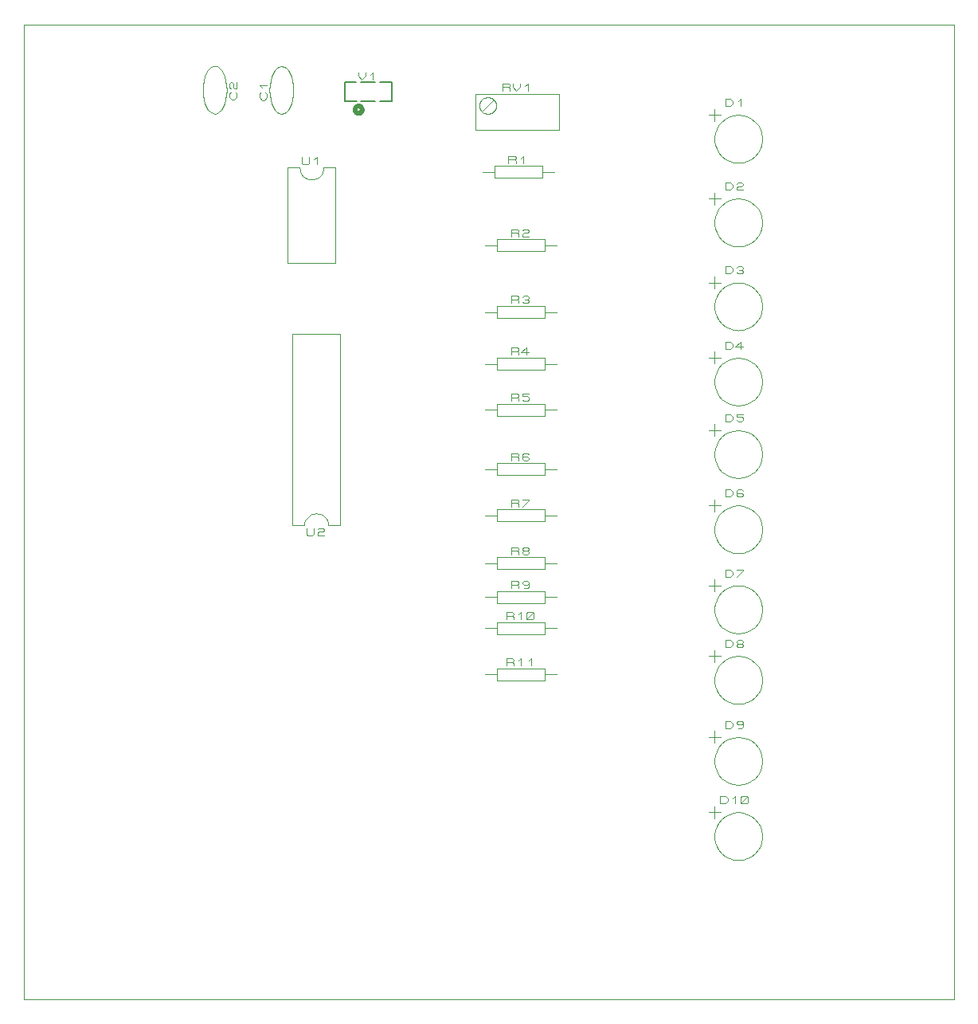
<source format=gbr>
G04 PROTEUS GERBER X2 FILE*
%TF.GenerationSoftware,Labcenter,Proteus,8.17-SP2-Build37159*%
%TF.CreationDate,2024-06-19T11:42:43+00:00*%
%TF.FileFunction,Legend,Top*%
%TF.FilePolarity,Positive*%
%TF.Part,Single*%
%TF.SameCoordinates,{1fde6796-616a-48bc-91c5-d9dd16b063df}*%
%FSLAX45Y45*%
%MOMM*%
G01*
%TA.AperFunction,Profile*%
%ADD18C,0.101600*%
%TA.AperFunction,Material*%
%ADD19C,0.101600*%
%ADD70C,0.508000*%
%ADD71C,0.152400*%
%TD.AperFunction*%
D18*
X-4520000Y-5940000D02*
X+5370000Y-5940000D01*
X+5370000Y+4410000D01*
X-4520000Y+4410000D01*
X-4520000Y-5940000D01*
D19*
X-1333000Y+2897000D02*
X-1206000Y+2897000D01*
X-1206000Y+1881000D01*
X-1714000Y+1881000D01*
X-1714000Y+2897000D01*
X-1587000Y+2897000D01*
X-1460000Y+2770000D02*
X-1434124Y+2772436D01*
X-1410152Y+2779485D01*
X-1388562Y+2790762D01*
X-1369830Y+2805878D01*
X-1354431Y+2824446D01*
X-1342842Y+2846081D01*
X-1335540Y+2870394D01*
X-1333000Y+2897000D01*
X-1460000Y+2770000D02*
X-1486606Y+2772436D01*
X-1510919Y+2779485D01*
X-1532554Y+2790762D01*
X-1551122Y+2805878D01*
X-1566238Y+2824446D01*
X-1577515Y+2846081D01*
X-1584564Y+2870394D01*
X-1587000Y+2897000D01*
X-1566680Y+3003680D02*
X-1566680Y+2940180D01*
X-1553345Y+2927480D01*
X-1500005Y+2927480D01*
X-1486670Y+2940180D01*
X-1486670Y+3003680D01*
X-1433330Y+2978280D02*
X-1406660Y+3003680D01*
X-1406660Y+2927480D01*
X-1780000Y+3465000D02*
X-1805876Y+3470080D01*
X-1829848Y+3484685D01*
X-1851438Y+3507862D01*
X-1870170Y+3538660D01*
X-1885569Y+3576125D01*
X-1897158Y+3619305D01*
X-1904460Y+3667248D01*
X-1907000Y+3719000D01*
X-1780000Y+3973000D02*
X-1805876Y+3967920D01*
X-1829848Y+3953315D01*
X-1851438Y+3930138D01*
X-1870170Y+3899340D01*
X-1885569Y+3861875D01*
X-1897158Y+3818695D01*
X-1904460Y+3770752D01*
X-1907000Y+3719000D01*
X-1780000Y+3465000D02*
X-1754124Y+3470080D01*
X-1730152Y+3484685D01*
X-1708562Y+3507862D01*
X-1689830Y+3538660D01*
X-1674431Y+3576125D01*
X-1662842Y+3619305D01*
X-1655540Y+3667248D01*
X-1653000Y+3719000D01*
X-1780000Y+3973000D02*
X-1754124Y+3967920D01*
X-1730152Y+3953315D01*
X-1708562Y+3930138D01*
X-1689830Y+3899340D01*
X-1674431Y+3861875D01*
X-1662842Y+3818695D01*
X-1655540Y+3770752D01*
X-1653000Y+3719000D01*
X-1950180Y+3692330D02*
X-1937480Y+3678995D01*
X-1937480Y+3638990D01*
X-1962880Y+3612320D01*
X-1988280Y+3612320D01*
X-2013680Y+3638990D01*
X-2013680Y+3678995D01*
X-2000980Y+3692330D01*
X-1988280Y+3745670D02*
X-2013680Y+3772340D01*
X-1937480Y+3772340D01*
X-2490000Y+3975000D02*
X-2464124Y+3969920D01*
X-2440152Y+3955315D01*
X-2418562Y+3932138D01*
X-2399830Y+3901340D01*
X-2384431Y+3863875D01*
X-2372842Y+3820695D01*
X-2365540Y+3772752D01*
X-2363000Y+3721000D01*
X-2490000Y+3467000D02*
X-2464124Y+3472080D01*
X-2440152Y+3486685D01*
X-2418562Y+3509862D01*
X-2399830Y+3540660D01*
X-2384431Y+3578125D01*
X-2372842Y+3621305D01*
X-2365540Y+3669248D01*
X-2363000Y+3721000D01*
X-2490000Y+3975000D02*
X-2515876Y+3969920D01*
X-2539848Y+3955315D01*
X-2561438Y+3932138D01*
X-2580170Y+3901340D01*
X-2595569Y+3863875D01*
X-2607158Y+3820695D01*
X-2614460Y+3772752D01*
X-2617000Y+3721000D01*
X-2490000Y+3467000D02*
X-2515876Y+3472080D01*
X-2539848Y+3486685D01*
X-2561438Y+3509862D01*
X-2580170Y+3540660D01*
X-2595569Y+3578125D01*
X-2607158Y+3621305D01*
X-2614460Y+3669248D01*
X-2617000Y+3721000D01*
X-2269020Y+3694330D02*
X-2256320Y+3680995D01*
X-2256320Y+3640990D01*
X-2281720Y+3614320D01*
X-2307120Y+3614320D01*
X-2332520Y+3640990D01*
X-2332520Y+3680995D01*
X-2319820Y+3694330D01*
X-2319820Y+3734335D02*
X-2332520Y+3747670D01*
X-2332520Y+3787675D01*
X-2319820Y+3801010D01*
X-2307120Y+3801010D01*
X-2294420Y+3787675D01*
X-2294420Y+3747670D01*
X-2281720Y+3734335D01*
X-2256320Y+3734335D01*
X-2256320Y+3801010D01*
X+357000Y+2850000D02*
X+484000Y+2850000D01*
X+484000Y+2786500D02*
X+992000Y+2786500D01*
X+992000Y+2913500D01*
X+484000Y+2913500D01*
X+484000Y+2786500D01*
X+992000Y+2850000D02*
X+1119000Y+2850000D01*
X+631320Y+2943980D02*
X+631320Y+3020180D01*
X+697995Y+3020180D01*
X+711330Y+3007480D01*
X+711330Y+2994780D01*
X+697995Y+2982080D01*
X+631320Y+2982080D01*
X+697995Y+2982080D02*
X+711330Y+2969380D01*
X+711330Y+2943980D01*
X+764670Y+2994780D02*
X+791340Y+3020180D01*
X+791340Y+2943980D01*
X+285500Y+3299500D02*
X+1174500Y+3299500D01*
X+1174500Y+3680500D01*
X+285500Y+3680500D01*
X+285500Y+3299500D01*
X+501400Y+3553500D02*
X+501098Y+3560822D01*
X+498643Y+3575467D01*
X+493511Y+3590112D01*
X+485136Y+3604757D01*
X+472322Y+3619261D01*
X+457677Y+3630065D01*
X+443032Y+3636993D01*
X+428387Y+3640969D01*
X+413742Y+3642391D01*
X+412500Y+3642400D01*
X+323600Y+3553500D02*
X+323902Y+3560822D01*
X+326357Y+3575467D01*
X+331489Y+3590112D01*
X+339864Y+3604757D01*
X+352678Y+3619261D01*
X+367323Y+3630065D01*
X+381968Y+3636993D01*
X+396613Y+3640969D01*
X+411258Y+3642391D01*
X+412500Y+3642400D01*
X+323600Y+3553500D02*
X+323902Y+3546178D01*
X+326357Y+3531533D01*
X+331489Y+3516888D01*
X+339864Y+3502243D01*
X+352678Y+3487739D01*
X+367323Y+3476935D01*
X+381968Y+3470007D01*
X+396613Y+3466031D01*
X+411258Y+3464609D01*
X+412500Y+3464600D01*
X+501400Y+3553500D02*
X+501098Y+3546178D01*
X+498643Y+3531533D01*
X+493511Y+3516888D01*
X+485136Y+3502243D01*
X+472322Y+3487739D01*
X+457677Y+3476935D01*
X+443032Y+3470007D01*
X+428387Y+3466031D01*
X+413742Y+3464609D01*
X+412500Y+3464600D01*
X+349000Y+3490000D02*
X+476000Y+3617000D01*
X+569980Y+3710980D02*
X+569980Y+3787180D01*
X+636655Y+3787180D01*
X+649990Y+3774480D01*
X+649990Y+3761780D01*
X+636655Y+3749080D01*
X+569980Y+3749080D01*
X+636655Y+3749080D02*
X+649990Y+3736380D01*
X+649990Y+3710980D01*
X+676660Y+3787180D02*
X+676660Y+3749080D01*
X+716665Y+3710980D01*
X+756670Y+3749080D01*
X+756670Y+3787180D01*
X+810010Y+3761780D02*
X+836680Y+3787180D01*
X+836680Y+3710980D01*
X-1156000Y-907000D02*
X-1283000Y-907000D01*
X-1410000Y-780000D02*
X-1435876Y-782436D01*
X-1459848Y-789485D01*
X-1481438Y-800762D01*
X-1500170Y-815878D01*
X-1515569Y-834446D01*
X-1527158Y-856081D01*
X-1534460Y-880394D01*
X-1537000Y-907000D01*
X-1410000Y-780000D02*
X-1383394Y-782436D01*
X-1359081Y-789485D01*
X-1337446Y-800762D01*
X-1318878Y-815878D01*
X-1303762Y-834446D01*
X-1292485Y-856081D01*
X-1285436Y-880394D01*
X-1283000Y-907000D01*
X-1537000Y-907000D02*
X-1664000Y-907000D01*
X-1156000Y+1125000D02*
X-1664000Y+1125000D01*
X-1156000Y-907000D02*
X-1156000Y+1125000D01*
X-1664000Y+1125000D02*
X-1664000Y-907000D01*
X-1516680Y-937480D02*
X-1516680Y-1000980D01*
X-1503345Y-1013680D01*
X-1450005Y-1013680D01*
X-1436670Y-1000980D01*
X-1436670Y-937480D01*
X-1396665Y-950180D02*
X-1383330Y-937480D01*
X-1343325Y-937480D01*
X-1329990Y-950180D01*
X-1329990Y-962880D01*
X-1343325Y-975580D01*
X-1383330Y-975580D01*
X-1396665Y-988280D01*
X-1396665Y-1013680D01*
X-1329990Y-1013680D01*
X+387000Y+2070000D02*
X+514000Y+2070000D01*
X+514000Y+2006500D02*
X+1022000Y+2006500D01*
X+1022000Y+2133500D01*
X+514000Y+2133500D01*
X+514000Y+2006500D01*
X+1022000Y+2070000D02*
X+1149000Y+2070000D01*
X+661320Y+2163980D02*
X+661320Y+2240180D01*
X+727995Y+2240180D01*
X+741330Y+2227480D01*
X+741330Y+2214780D01*
X+727995Y+2202080D01*
X+661320Y+2202080D01*
X+727995Y+2202080D02*
X+741330Y+2189380D01*
X+741330Y+2163980D01*
X+781335Y+2227480D02*
X+794670Y+2240180D01*
X+834675Y+2240180D01*
X+848010Y+2227480D01*
X+848010Y+2214780D01*
X+834675Y+2202080D01*
X+794670Y+2202080D01*
X+781335Y+2189380D01*
X+781335Y+2163980D01*
X+848010Y+2163980D01*
X+387000Y+1360000D02*
X+514000Y+1360000D01*
X+514000Y+1296500D02*
X+1022000Y+1296500D01*
X+1022000Y+1423500D01*
X+514000Y+1423500D01*
X+514000Y+1296500D01*
X+1022000Y+1360000D02*
X+1149000Y+1360000D01*
X+661320Y+1453980D02*
X+661320Y+1530180D01*
X+727995Y+1530180D01*
X+741330Y+1517480D01*
X+741330Y+1504780D01*
X+727995Y+1492080D01*
X+661320Y+1492080D01*
X+727995Y+1492080D02*
X+741330Y+1479380D01*
X+741330Y+1453980D01*
X+781335Y+1517480D02*
X+794670Y+1530180D01*
X+834675Y+1530180D01*
X+848010Y+1517480D01*
X+848010Y+1504780D01*
X+834675Y+1492080D01*
X+848010Y+1479380D01*
X+848010Y+1466680D01*
X+834675Y+1453980D01*
X+794670Y+1453980D01*
X+781335Y+1466680D01*
X+808005Y+1492080D02*
X+834675Y+1492080D01*
X+387000Y+810000D02*
X+514000Y+810000D01*
X+514000Y+746500D02*
X+1022000Y+746500D01*
X+1022000Y+873500D01*
X+514000Y+873500D01*
X+514000Y+746500D01*
X+1022000Y+810000D02*
X+1149000Y+810000D01*
X+661320Y+903980D02*
X+661320Y+980180D01*
X+727995Y+980180D01*
X+741330Y+967480D01*
X+741330Y+954780D01*
X+727995Y+942080D01*
X+661320Y+942080D01*
X+727995Y+942080D02*
X+741330Y+929380D01*
X+741330Y+903980D01*
X+848010Y+929380D02*
X+768000Y+929380D01*
X+821340Y+980180D01*
X+821340Y+903980D01*
X+387000Y+320000D02*
X+514000Y+320000D01*
X+514000Y+256500D02*
X+1022000Y+256500D01*
X+1022000Y+383500D01*
X+514000Y+383500D01*
X+514000Y+256500D01*
X+1022000Y+320000D02*
X+1149000Y+320000D01*
X+661320Y+413980D02*
X+661320Y+490180D01*
X+727995Y+490180D01*
X+741330Y+477480D01*
X+741330Y+464780D01*
X+727995Y+452080D01*
X+661320Y+452080D01*
X+727995Y+452080D02*
X+741330Y+439380D01*
X+741330Y+413980D01*
X+848010Y+490180D02*
X+781335Y+490180D01*
X+781335Y+464780D01*
X+834675Y+464780D01*
X+848010Y+452080D01*
X+848010Y+426680D01*
X+834675Y+413980D01*
X+794670Y+413980D01*
X+781335Y+426680D01*
X+387000Y-310000D02*
X+514000Y-310000D01*
X+514000Y-373500D02*
X+1022000Y-373500D01*
X+1022000Y-246500D01*
X+514000Y-246500D01*
X+514000Y-373500D01*
X+1022000Y-310000D02*
X+1149000Y-310000D01*
X+661320Y-216020D02*
X+661320Y-139820D01*
X+727995Y-139820D01*
X+741330Y-152520D01*
X+741330Y-165220D01*
X+727995Y-177920D01*
X+661320Y-177920D01*
X+727995Y-177920D02*
X+741330Y-190620D01*
X+741330Y-216020D01*
X+848010Y-152520D02*
X+834675Y-139820D01*
X+794670Y-139820D01*
X+781335Y-152520D01*
X+781335Y-203320D01*
X+794670Y-216020D01*
X+834675Y-216020D01*
X+848010Y-203320D01*
X+848010Y-190620D01*
X+834675Y-177920D01*
X+781335Y-177920D01*
X+387000Y-800000D02*
X+514000Y-800000D01*
X+514000Y-863500D02*
X+1022000Y-863500D01*
X+1022000Y-736500D01*
X+514000Y-736500D01*
X+514000Y-863500D01*
X+1022000Y-800000D02*
X+1149000Y-800000D01*
X+661320Y-706020D02*
X+661320Y-629820D01*
X+727995Y-629820D01*
X+741330Y-642520D01*
X+741330Y-655220D01*
X+727995Y-667920D01*
X+661320Y-667920D01*
X+727995Y-667920D02*
X+741330Y-680620D01*
X+741330Y-706020D01*
X+781335Y-629820D02*
X+848010Y-629820D01*
X+848010Y-642520D01*
X+781335Y-706020D01*
X+387000Y-1310000D02*
X+514000Y-1310000D01*
X+514000Y-1373500D02*
X+1022000Y-1373500D01*
X+1022000Y-1246500D01*
X+514000Y-1246500D01*
X+514000Y-1373500D01*
X+1022000Y-1310000D02*
X+1149000Y-1310000D01*
X+661320Y-1216020D02*
X+661320Y-1139820D01*
X+727995Y-1139820D01*
X+741330Y-1152520D01*
X+741330Y-1165220D01*
X+727995Y-1177920D01*
X+661320Y-1177920D01*
X+727995Y-1177920D02*
X+741330Y-1190620D01*
X+741330Y-1216020D01*
X+794670Y-1177920D02*
X+781335Y-1165220D01*
X+781335Y-1152520D01*
X+794670Y-1139820D01*
X+834675Y-1139820D01*
X+848010Y-1152520D01*
X+848010Y-1165220D01*
X+834675Y-1177920D01*
X+794670Y-1177920D01*
X+781335Y-1190620D01*
X+781335Y-1203320D01*
X+794670Y-1216020D01*
X+834675Y-1216020D01*
X+848010Y-1203320D01*
X+848010Y-1190620D01*
X+834675Y-1177920D01*
X+387000Y-2000000D02*
X+514000Y-2000000D01*
X+514000Y-2063500D02*
X+1022000Y-2063500D01*
X+1022000Y-1936500D01*
X+514000Y-1936500D01*
X+514000Y-2063500D01*
X+1022000Y-2000000D02*
X+1149000Y-2000000D01*
X+607980Y-1906020D02*
X+607980Y-1829820D01*
X+674655Y-1829820D01*
X+687990Y-1842520D01*
X+687990Y-1855220D01*
X+674655Y-1867920D01*
X+607980Y-1867920D01*
X+674655Y-1867920D02*
X+687990Y-1880620D01*
X+687990Y-1906020D01*
X+741330Y-1855220D02*
X+768000Y-1829820D01*
X+768000Y-1906020D01*
X+821340Y-1893320D02*
X+821340Y-1842520D01*
X+834675Y-1829820D01*
X+888015Y-1829820D01*
X+901350Y-1842520D01*
X+901350Y-1893320D01*
X+888015Y-1906020D01*
X+834675Y-1906020D01*
X+821340Y-1893320D01*
X+821340Y-1906020D02*
X+901350Y-1829820D01*
X+387000Y-1670000D02*
X+514000Y-1670000D01*
X+514000Y-1733500D02*
X+1022000Y-1733500D01*
X+1022000Y-1606500D01*
X+514000Y-1606500D01*
X+514000Y-1733500D01*
X+1022000Y-1670000D02*
X+1149000Y-1670000D01*
X+661320Y-1576020D02*
X+661320Y-1499820D01*
X+727995Y-1499820D01*
X+741330Y-1512520D01*
X+741330Y-1525220D01*
X+727995Y-1537920D01*
X+661320Y-1537920D01*
X+727995Y-1537920D02*
X+741330Y-1550620D01*
X+741330Y-1576020D01*
X+848010Y-1525220D02*
X+834675Y-1537920D01*
X+794670Y-1537920D01*
X+781335Y-1525220D01*
X+781335Y-1512520D01*
X+794670Y-1499820D01*
X+834675Y-1499820D01*
X+848010Y-1512520D01*
X+848010Y-1563320D01*
X+834675Y-1576020D01*
X+794670Y-1576020D01*
X+387000Y-2490000D02*
X+514000Y-2490000D01*
X+514000Y-2553500D02*
X+1022000Y-2553500D01*
X+1022000Y-2426500D01*
X+514000Y-2426500D01*
X+514000Y-2553500D01*
X+1022000Y-2490000D02*
X+1149000Y-2490000D01*
X+607980Y-2396020D02*
X+607980Y-2319820D01*
X+674655Y-2319820D01*
X+687990Y-2332520D01*
X+687990Y-2345220D01*
X+674655Y-2357920D01*
X+607980Y-2357920D01*
X+674655Y-2357920D02*
X+687990Y-2370620D01*
X+687990Y-2396020D01*
X+741330Y-2345220D02*
X+768000Y-2319820D01*
X+768000Y-2396020D01*
X+848010Y-2345220D02*
X+874680Y-2319820D01*
X+874680Y-2396020D01*
X+3331000Y+3200000D02*
X+3330173Y+3220483D01*
X+3323455Y+3261450D01*
X+3309437Y+3302417D01*
X+3286659Y+3343384D01*
X+3251859Y+3384229D01*
X+3210892Y+3415845D01*
X+3169925Y+3436392D01*
X+3128958Y+3448629D01*
X+3087991Y+3453762D01*
X+3077000Y+3454000D01*
X+2823000Y+3200000D02*
X+2823827Y+3220483D01*
X+2830545Y+3261450D01*
X+2844563Y+3302417D01*
X+2867341Y+3343384D01*
X+2902141Y+3384229D01*
X+2943108Y+3415845D01*
X+2984075Y+3436392D01*
X+3025042Y+3448629D01*
X+3066009Y+3453762D01*
X+3077000Y+3454000D01*
X+2823000Y+3200000D02*
X+2823827Y+3179517D01*
X+2830545Y+3138550D01*
X+2844563Y+3097583D01*
X+2867341Y+3056616D01*
X+2902141Y+3015771D01*
X+2943108Y+2984155D01*
X+2984075Y+2963608D01*
X+3025042Y+2951371D01*
X+3066009Y+2946238D01*
X+3077000Y+2946000D01*
X+3331000Y+3200000D02*
X+3330173Y+3179517D01*
X+3323455Y+3138550D01*
X+3309437Y+3097583D01*
X+3286659Y+3056616D01*
X+3251859Y+3015771D01*
X+3210892Y+2984155D01*
X+3169925Y+2963608D01*
X+3128958Y+2951371D01*
X+3087991Y+2946238D01*
X+3077000Y+2946000D01*
X+2759500Y+3454000D02*
X+2886500Y+3454000D01*
X+2823000Y+3517500D02*
X+2823000Y+3390500D01*
X+2938570Y+3547980D02*
X+2938570Y+3624180D01*
X+2991910Y+3624180D01*
X+3018580Y+3598780D01*
X+3018580Y+3573380D01*
X+2991910Y+3547980D01*
X+2938570Y+3547980D01*
X+3071920Y+3598780D02*
X+3098590Y+3624180D01*
X+3098590Y+3547980D01*
X+3331000Y+2310000D02*
X+3330173Y+2330483D01*
X+3323455Y+2371450D01*
X+3309437Y+2412417D01*
X+3286659Y+2453384D01*
X+3251859Y+2494229D01*
X+3210892Y+2525845D01*
X+3169925Y+2546392D01*
X+3128958Y+2558629D01*
X+3087991Y+2563762D01*
X+3077000Y+2564000D01*
X+2823000Y+2310000D02*
X+2823827Y+2330483D01*
X+2830545Y+2371450D01*
X+2844563Y+2412417D01*
X+2867341Y+2453384D01*
X+2902141Y+2494229D01*
X+2943108Y+2525845D01*
X+2984075Y+2546392D01*
X+3025042Y+2558629D01*
X+3066009Y+2563762D01*
X+3077000Y+2564000D01*
X+2823000Y+2310000D02*
X+2823827Y+2289517D01*
X+2830545Y+2248550D01*
X+2844563Y+2207583D01*
X+2867341Y+2166616D01*
X+2902141Y+2125771D01*
X+2943108Y+2094155D01*
X+2984075Y+2073608D01*
X+3025042Y+2061371D01*
X+3066009Y+2056238D01*
X+3077000Y+2056000D01*
X+3331000Y+2310000D02*
X+3330173Y+2289517D01*
X+3323455Y+2248550D01*
X+3309437Y+2207583D01*
X+3286659Y+2166616D01*
X+3251859Y+2125771D01*
X+3210892Y+2094155D01*
X+3169925Y+2073608D01*
X+3128958Y+2061371D01*
X+3087991Y+2056238D01*
X+3077000Y+2056000D01*
X+2759500Y+2564000D02*
X+2886500Y+2564000D01*
X+2823000Y+2627500D02*
X+2823000Y+2500500D01*
X+2938570Y+2657980D02*
X+2938570Y+2734180D01*
X+2991910Y+2734180D01*
X+3018580Y+2708780D01*
X+3018580Y+2683380D01*
X+2991910Y+2657980D01*
X+2938570Y+2657980D01*
X+3058585Y+2721480D02*
X+3071920Y+2734180D01*
X+3111925Y+2734180D01*
X+3125260Y+2721480D01*
X+3125260Y+2708780D01*
X+3111925Y+2696080D01*
X+3071920Y+2696080D01*
X+3058585Y+2683380D01*
X+3058585Y+2657980D01*
X+3125260Y+2657980D01*
X+3331000Y+1420000D02*
X+3330173Y+1440483D01*
X+3323455Y+1481450D01*
X+3309437Y+1522417D01*
X+3286659Y+1563384D01*
X+3251859Y+1604229D01*
X+3210892Y+1635845D01*
X+3169925Y+1656392D01*
X+3128958Y+1668629D01*
X+3087991Y+1673762D01*
X+3077000Y+1674000D01*
X+2823000Y+1420000D02*
X+2823827Y+1440483D01*
X+2830545Y+1481450D01*
X+2844563Y+1522417D01*
X+2867341Y+1563384D01*
X+2902141Y+1604229D01*
X+2943108Y+1635845D01*
X+2984075Y+1656392D01*
X+3025042Y+1668629D01*
X+3066009Y+1673762D01*
X+3077000Y+1674000D01*
X+2823000Y+1420000D02*
X+2823827Y+1399517D01*
X+2830545Y+1358550D01*
X+2844563Y+1317583D01*
X+2867341Y+1276616D01*
X+2902141Y+1235771D01*
X+2943108Y+1204155D01*
X+2984075Y+1183608D01*
X+3025042Y+1171371D01*
X+3066009Y+1166238D01*
X+3077000Y+1166000D01*
X+3331000Y+1420000D02*
X+3330173Y+1399517D01*
X+3323455Y+1358550D01*
X+3309437Y+1317583D01*
X+3286659Y+1276616D01*
X+3251859Y+1235771D01*
X+3210892Y+1204155D01*
X+3169925Y+1183608D01*
X+3128958Y+1171371D01*
X+3087991Y+1166238D01*
X+3077000Y+1166000D01*
X+2759500Y+1674000D02*
X+2886500Y+1674000D01*
X+2823000Y+1737500D02*
X+2823000Y+1610500D01*
X+2938570Y+1767980D02*
X+2938570Y+1844180D01*
X+2991910Y+1844180D01*
X+3018580Y+1818780D01*
X+3018580Y+1793380D01*
X+2991910Y+1767980D01*
X+2938570Y+1767980D01*
X+3058585Y+1831480D02*
X+3071920Y+1844180D01*
X+3111925Y+1844180D01*
X+3125260Y+1831480D01*
X+3125260Y+1818780D01*
X+3111925Y+1806080D01*
X+3125260Y+1793380D01*
X+3125260Y+1780680D01*
X+3111925Y+1767980D01*
X+3071920Y+1767980D01*
X+3058585Y+1780680D01*
X+3085255Y+1806080D02*
X+3111925Y+1806080D01*
X+3331000Y+620000D02*
X+3330173Y+640483D01*
X+3323455Y+681450D01*
X+3309437Y+722417D01*
X+3286659Y+763384D01*
X+3251859Y+804229D01*
X+3210892Y+835845D01*
X+3169925Y+856392D01*
X+3128958Y+868629D01*
X+3087991Y+873762D01*
X+3077000Y+874000D01*
X+2823000Y+620000D02*
X+2823827Y+640483D01*
X+2830545Y+681450D01*
X+2844563Y+722417D01*
X+2867341Y+763384D01*
X+2902141Y+804229D01*
X+2943108Y+835845D01*
X+2984075Y+856392D01*
X+3025042Y+868629D01*
X+3066009Y+873762D01*
X+3077000Y+874000D01*
X+2823000Y+620000D02*
X+2823827Y+599517D01*
X+2830545Y+558550D01*
X+2844563Y+517583D01*
X+2867341Y+476616D01*
X+2902141Y+435771D01*
X+2943108Y+404155D01*
X+2984075Y+383608D01*
X+3025042Y+371371D01*
X+3066009Y+366238D01*
X+3077000Y+366000D01*
X+3331000Y+620000D02*
X+3330173Y+599517D01*
X+3323455Y+558550D01*
X+3309437Y+517583D01*
X+3286659Y+476616D01*
X+3251859Y+435771D01*
X+3210892Y+404155D01*
X+3169925Y+383608D01*
X+3128958Y+371371D01*
X+3087991Y+366238D01*
X+3077000Y+366000D01*
X+2759500Y+874000D02*
X+2886500Y+874000D01*
X+2823000Y+937500D02*
X+2823000Y+810500D01*
X+2938570Y+967980D02*
X+2938570Y+1044180D01*
X+2991910Y+1044180D01*
X+3018580Y+1018780D01*
X+3018580Y+993380D01*
X+2991910Y+967980D01*
X+2938570Y+967980D01*
X+3125260Y+993380D02*
X+3045250Y+993380D01*
X+3098590Y+1044180D01*
X+3098590Y+967980D01*
X+3331000Y-150000D02*
X+3330173Y-129517D01*
X+3323455Y-88550D01*
X+3309437Y-47583D01*
X+3286659Y-6616D01*
X+3251859Y+34229D01*
X+3210892Y+65845D01*
X+3169925Y+86392D01*
X+3128958Y+98629D01*
X+3087991Y+103762D01*
X+3077000Y+104000D01*
X+2823000Y-150000D02*
X+2823827Y-129517D01*
X+2830545Y-88550D01*
X+2844563Y-47583D01*
X+2867341Y-6616D01*
X+2902141Y+34229D01*
X+2943108Y+65845D01*
X+2984075Y+86392D01*
X+3025042Y+98629D01*
X+3066009Y+103762D01*
X+3077000Y+104000D01*
X+2823000Y-150000D02*
X+2823827Y-170483D01*
X+2830545Y-211450D01*
X+2844563Y-252417D01*
X+2867341Y-293384D01*
X+2902141Y-334229D01*
X+2943108Y-365845D01*
X+2984075Y-386392D01*
X+3025042Y-398629D01*
X+3066009Y-403762D01*
X+3077000Y-404000D01*
X+3331000Y-150000D02*
X+3330173Y-170483D01*
X+3323455Y-211450D01*
X+3309437Y-252417D01*
X+3286659Y-293384D01*
X+3251859Y-334229D01*
X+3210892Y-365845D01*
X+3169925Y-386392D01*
X+3128958Y-398629D01*
X+3087991Y-403762D01*
X+3077000Y-404000D01*
X+2759500Y+104000D02*
X+2886500Y+104000D01*
X+2823000Y+167500D02*
X+2823000Y+40500D01*
X+2938570Y+197980D02*
X+2938570Y+274180D01*
X+2991910Y+274180D01*
X+3018580Y+248780D01*
X+3018580Y+223380D01*
X+2991910Y+197980D01*
X+2938570Y+197980D01*
X+3125260Y+274180D02*
X+3058585Y+274180D01*
X+3058585Y+248780D01*
X+3111925Y+248780D01*
X+3125260Y+236080D01*
X+3125260Y+210680D01*
X+3111925Y+197980D01*
X+3071920Y+197980D01*
X+3058585Y+210680D01*
X+3331000Y-950000D02*
X+3330173Y-929517D01*
X+3323455Y-888550D01*
X+3309437Y-847583D01*
X+3286659Y-806616D01*
X+3251859Y-765771D01*
X+3210892Y-734155D01*
X+3169925Y-713608D01*
X+3128958Y-701371D01*
X+3087991Y-696238D01*
X+3077000Y-696000D01*
X+2823000Y-950000D02*
X+2823827Y-929517D01*
X+2830545Y-888550D01*
X+2844563Y-847583D01*
X+2867341Y-806616D01*
X+2902141Y-765771D01*
X+2943108Y-734155D01*
X+2984075Y-713608D01*
X+3025042Y-701371D01*
X+3066009Y-696238D01*
X+3077000Y-696000D01*
X+2823000Y-950000D02*
X+2823827Y-970483D01*
X+2830545Y-1011450D01*
X+2844563Y-1052417D01*
X+2867341Y-1093384D01*
X+2902141Y-1134229D01*
X+2943108Y-1165845D01*
X+2984075Y-1186392D01*
X+3025042Y-1198629D01*
X+3066009Y-1203762D01*
X+3077000Y-1204000D01*
X+3331000Y-950000D02*
X+3330173Y-970483D01*
X+3323455Y-1011450D01*
X+3309437Y-1052417D01*
X+3286659Y-1093384D01*
X+3251859Y-1134229D01*
X+3210892Y-1165845D01*
X+3169925Y-1186392D01*
X+3128958Y-1198629D01*
X+3087991Y-1203762D01*
X+3077000Y-1204000D01*
X+2759500Y-696000D02*
X+2886500Y-696000D01*
X+2823000Y-632500D02*
X+2823000Y-759500D01*
X+2938570Y-602020D02*
X+2938570Y-525820D01*
X+2991910Y-525820D01*
X+3018580Y-551220D01*
X+3018580Y-576620D01*
X+2991910Y-602020D01*
X+2938570Y-602020D01*
X+3125260Y-538520D02*
X+3111925Y-525820D01*
X+3071920Y-525820D01*
X+3058585Y-538520D01*
X+3058585Y-589320D01*
X+3071920Y-602020D01*
X+3111925Y-602020D01*
X+3125260Y-589320D01*
X+3125260Y-576620D01*
X+3111925Y-563920D01*
X+3058585Y-563920D01*
X+3331000Y-1800000D02*
X+3330173Y-1779517D01*
X+3323455Y-1738550D01*
X+3309437Y-1697583D01*
X+3286659Y-1656616D01*
X+3251859Y-1615771D01*
X+3210892Y-1584155D01*
X+3169925Y-1563608D01*
X+3128958Y-1551371D01*
X+3087991Y-1546238D01*
X+3077000Y-1546000D01*
X+2823000Y-1800000D02*
X+2823827Y-1779517D01*
X+2830545Y-1738550D01*
X+2844563Y-1697583D01*
X+2867341Y-1656616D01*
X+2902141Y-1615771D01*
X+2943108Y-1584155D01*
X+2984075Y-1563608D01*
X+3025042Y-1551371D01*
X+3066009Y-1546238D01*
X+3077000Y-1546000D01*
X+2823000Y-1800000D02*
X+2823827Y-1820483D01*
X+2830545Y-1861450D01*
X+2844563Y-1902417D01*
X+2867341Y-1943384D01*
X+2902141Y-1984229D01*
X+2943108Y-2015845D01*
X+2984075Y-2036392D01*
X+3025042Y-2048629D01*
X+3066009Y-2053762D01*
X+3077000Y-2054000D01*
X+3331000Y-1800000D02*
X+3330173Y-1820483D01*
X+3323455Y-1861450D01*
X+3309437Y-1902417D01*
X+3286659Y-1943384D01*
X+3251859Y-1984229D01*
X+3210892Y-2015845D01*
X+3169925Y-2036392D01*
X+3128958Y-2048629D01*
X+3087991Y-2053762D01*
X+3077000Y-2054000D01*
X+2759500Y-1546000D02*
X+2886500Y-1546000D01*
X+2823000Y-1482500D02*
X+2823000Y-1609500D01*
X+2938570Y-1452020D02*
X+2938570Y-1375820D01*
X+2991910Y-1375820D01*
X+3018580Y-1401220D01*
X+3018580Y-1426620D01*
X+2991910Y-1452020D01*
X+2938570Y-1452020D01*
X+3058585Y-1375820D02*
X+3125260Y-1375820D01*
X+3125260Y-1388520D01*
X+3058585Y-1452020D01*
X+3331000Y-2550000D02*
X+3330173Y-2529517D01*
X+3323455Y-2488550D01*
X+3309437Y-2447583D01*
X+3286659Y-2406616D01*
X+3251859Y-2365771D01*
X+3210892Y-2334155D01*
X+3169925Y-2313608D01*
X+3128958Y-2301371D01*
X+3087991Y-2296238D01*
X+3077000Y-2296000D01*
X+2823000Y-2550000D02*
X+2823827Y-2529517D01*
X+2830545Y-2488550D01*
X+2844563Y-2447583D01*
X+2867341Y-2406616D01*
X+2902141Y-2365771D01*
X+2943108Y-2334155D01*
X+2984075Y-2313608D01*
X+3025042Y-2301371D01*
X+3066009Y-2296238D01*
X+3077000Y-2296000D01*
X+2823000Y-2550000D02*
X+2823827Y-2570483D01*
X+2830545Y-2611450D01*
X+2844563Y-2652417D01*
X+2867341Y-2693384D01*
X+2902141Y-2734229D01*
X+2943108Y-2765845D01*
X+2984075Y-2786392D01*
X+3025042Y-2798629D01*
X+3066009Y-2803762D01*
X+3077000Y-2804000D01*
X+3331000Y-2550000D02*
X+3330173Y-2570483D01*
X+3323455Y-2611450D01*
X+3309437Y-2652417D01*
X+3286659Y-2693384D01*
X+3251859Y-2734229D01*
X+3210892Y-2765845D01*
X+3169925Y-2786392D01*
X+3128958Y-2798629D01*
X+3087991Y-2803762D01*
X+3077000Y-2804000D01*
X+2759500Y-2296000D02*
X+2886500Y-2296000D01*
X+2823000Y-2232500D02*
X+2823000Y-2359500D01*
X+2938570Y-2202020D02*
X+2938570Y-2125820D01*
X+2991910Y-2125820D01*
X+3018580Y-2151220D01*
X+3018580Y-2176620D01*
X+2991910Y-2202020D01*
X+2938570Y-2202020D01*
X+3071920Y-2163920D02*
X+3058585Y-2151220D01*
X+3058585Y-2138520D01*
X+3071920Y-2125820D01*
X+3111925Y-2125820D01*
X+3125260Y-2138520D01*
X+3125260Y-2151220D01*
X+3111925Y-2163920D01*
X+3071920Y-2163920D01*
X+3058585Y-2176620D01*
X+3058585Y-2189320D01*
X+3071920Y-2202020D01*
X+3111925Y-2202020D01*
X+3125260Y-2189320D01*
X+3125260Y-2176620D01*
X+3111925Y-2163920D01*
X+3331000Y-3410000D02*
X+3330173Y-3389517D01*
X+3323455Y-3348550D01*
X+3309437Y-3307583D01*
X+3286659Y-3266616D01*
X+3251859Y-3225771D01*
X+3210892Y-3194155D01*
X+3169925Y-3173608D01*
X+3128958Y-3161371D01*
X+3087991Y-3156238D01*
X+3077000Y-3156000D01*
X+2823000Y-3410000D02*
X+2823827Y-3389517D01*
X+2830545Y-3348550D01*
X+2844563Y-3307583D01*
X+2867341Y-3266616D01*
X+2902141Y-3225771D01*
X+2943108Y-3194155D01*
X+2984075Y-3173608D01*
X+3025042Y-3161371D01*
X+3066009Y-3156238D01*
X+3077000Y-3156000D01*
X+2823000Y-3410000D02*
X+2823827Y-3430483D01*
X+2830545Y-3471450D01*
X+2844563Y-3512417D01*
X+2867341Y-3553384D01*
X+2902141Y-3594229D01*
X+2943108Y-3625845D01*
X+2984075Y-3646392D01*
X+3025042Y-3658629D01*
X+3066009Y-3663762D01*
X+3077000Y-3664000D01*
X+3331000Y-3410000D02*
X+3330173Y-3430483D01*
X+3323455Y-3471450D01*
X+3309437Y-3512417D01*
X+3286659Y-3553384D01*
X+3251859Y-3594229D01*
X+3210892Y-3625845D01*
X+3169925Y-3646392D01*
X+3128958Y-3658629D01*
X+3087991Y-3663762D01*
X+3077000Y-3664000D01*
X+2759500Y-3156000D02*
X+2886500Y-3156000D01*
X+2823000Y-3092500D02*
X+2823000Y-3219500D01*
X+2938570Y-3062020D02*
X+2938570Y-2985820D01*
X+2991910Y-2985820D01*
X+3018580Y-3011220D01*
X+3018580Y-3036620D01*
X+2991910Y-3062020D01*
X+2938570Y-3062020D01*
X+3125260Y-3011220D02*
X+3111925Y-3023920D01*
X+3071920Y-3023920D01*
X+3058585Y-3011220D01*
X+3058585Y-2998520D01*
X+3071920Y-2985820D01*
X+3111925Y-2985820D01*
X+3125260Y-2998520D01*
X+3125260Y-3049320D01*
X+3111925Y-3062020D01*
X+3071920Y-3062020D01*
X+3331000Y-4210000D02*
X+3330173Y-4189517D01*
X+3323455Y-4148550D01*
X+3309437Y-4107583D01*
X+3286659Y-4066616D01*
X+3251859Y-4025771D01*
X+3210892Y-3994155D01*
X+3169925Y-3973608D01*
X+3128958Y-3961371D01*
X+3087991Y-3956238D01*
X+3077000Y-3956000D01*
X+2823000Y-4210000D02*
X+2823827Y-4189517D01*
X+2830545Y-4148550D01*
X+2844563Y-4107583D01*
X+2867341Y-4066616D01*
X+2902141Y-4025771D01*
X+2943108Y-3994155D01*
X+2984075Y-3973608D01*
X+3025042Y-3961371D01*
X+3066009Y-3956238D01*
X+3077000Y-3956000D01*
X+2823000Y-4210000D02*
X+2823827Y-4230483D01*
X+2830545Y-4271450D01*
X+2844563Y-4312417D01*
X+2867341Y-4353384D01*
X+2902141Y-4394229D01*
X+2943108Y-4425845D01*
X+2984075Y-4446392D01*
X+3025042Y-4458629D01*
X+3066009Y-4463762D01*
X+3077000Y-4464000D01*
X+3331000Y-4210000D02*
X+3330173Y-4230483D01*
X+3323455Y-4271450D01*
X+3309437Y-4312417D01*
X+3286659Y-4353384D01*
X+3251859Y-4394229D01*
X+3210892Y-4425845D01*
X+3169925Y-4446392D01*
X+3128958Y-4458629D01*
X+3087991Y-4463762D01*
X+3077000Y-4464000D01*
X+2759500Y-3956000D02*
X+2886500Y-3956000D01*
X+2823000Y-3892500D02*
X+2823000Y-4019500D01*
X+2885230Y-3862020D02*
X+2885230Y-3785820D01*
X+2938570Y-3785820D01*
X+2965240Y-3811220D01*
X+2965240Y-3836620D01*
X+2938570Y-3862020D01*
X+2885230Y-3862020D01*
X+3018580Y-3811220D02*
X+3045250Y-3785820D01*
X+3045250Y-3862020D01*
X+3098590Y-3849320D02*
X+3098590Y-3798520D01*
X+3111925Y-3785820D01*
X+3165265Y-3785820D01*
X+3178600Y-3798520D01*
X+3178600Y-3849320D01*
X+3165265Y-3862020D01*
X+3111925Y-3862020D01*
X+3098590Y-3849320D01*
X+3098590Y-3862020D02*
X+3178600Y-3785820D01*
D70*
X-921900Y+3509500D02*
X-922031Y+3512658D01*
X-923097Y+3518976D01*
X-925328Y+3525294D01*
X-928973Y+3531612D01*
X-934548Y+3537851D01*
X-940866Y+3542447D01*
X-947184Y+3545380D01*
X-953502Y+3547042D01*
X-959820Y+3547600D01*
X-960000Y+3547600D01*
X-998100Y+3509500D02*
X-997969Y+3512658D01*
X-996903Y+3518976D01*
X-994672Y+3525294D01*
X-991027Y+3531612D01*
X-985452Y+3537851D01*
X-979134Y+3542447D01*
X-972816Y+3545380D01*
X-966498Y+3547042D01*
X-960180Y+3547600D01*
X-960000Y+3547600D01*
X-998100Y+3509500D02*
X-997969Y+3506342D01*
X-996903Y+3500024D01*
X-994672Y+3493706D01*
X-991027Y+3487388D01*
X-985452Y+3481149D01*
X-979134Y+3476553D01*
X-972816Y+3473620D01*
X-966498Y+3471958D01*
X-960180Y+3471400D01*
X-960000Y+3471400D01*
X-921900Y+3509500D02*
X-922031Y+3506342D01*
X-923097Y+3500024D01*
X-925328Y+3493706D01*
X-928973Y+3487388D01*
X-934548Y+3481149D01*
X-940866Y+3476553D01*
X-947184Y+3473620D01*
X-953502Y+3471958D01*
X-959820Y+3471400D01*
X-960000Y+3471400D01*
D71*
X-1108920Y+3599340D02*
X-982407Y+3599340D01*
X-611080Y+3599340D02*
X-611080Y+3800000D01*
X-734809Y+3800000D01*
X-1108920Y+3800000D02*
X-1108920Y+3599340D01*
X-737593Y+3599340D02*
X-611080Y+3599340D01*
X-785191Y+3800000D02*
X-934809Y+3800000D01*
X-985191Y+3800000D02*
X-1108920Y+3800000D01*
X-937593Y+3599340D02*
X-782407Y+3599340D01*
D19*
X-966680Y+3909220D02*
X-966680Y+3871120D01*
X-926675Y+3833020D01*
X-886670Y+3871120D01*
X-886670Y+3909220D01*
X-833330Y+3883820D02*
X-806660Y+3909220D01*
X-806660Y+3833020D01*
M02*

</source>
